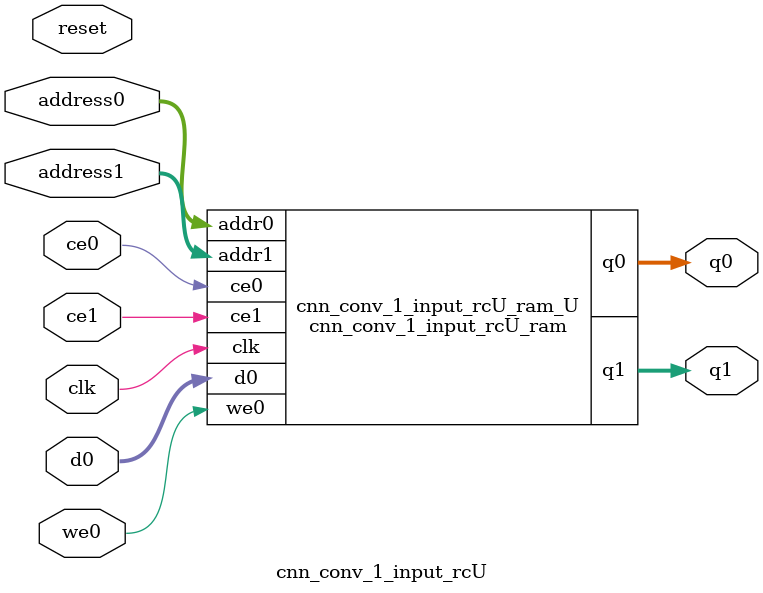
<source format=v>
`timescale 1 ns / 1 ps
module cnn_conv_1_input_rcU_ram (addr0, ce0, d0, we0, q0, addr1, ce1, q1,  clk);

parameter DWIDTH = 32;
parameter AWIDTH = 7;
parameter MEM_SIZE = 81;

input[AWIDTH-1:0] addr0;
input ce0;
input[DWIDTH-1:0] d0;
input we0;
output reg[DWIDTH-1:0] q0;
input[AWIDTH-1:0] addr1;
input ce1;
output reg[DWIDTH-1:0] q1;
input clk;

(* ram_style = "block" *)reg [DWIDTH-1:0] ram[0:MEM_SIZE-1];




always @(posedge clk)  
begin 
    if (ce0) 
    begin
        if (we0) 
        begin 
            ram[addr0] <= d0; 
        end 
        q0 <= ram[addr0];
    end
end


always @(posedge clk)  
begin 
    if (ce1) 
    begin
        q1 <= ram[addr1];
    end
end


endmodule

`timescale 1 ns / 1 ps
module cnn_conv_1_input_rcU(
    reset,
    clk,
    address0,
    ce0,
    we0,
    d0,
    q0,
    address1,
    ce1,
    q1);

parameter DataWidth = 32'd32;
parameter AddressRange = 32'd81;
parameter AddressWidth = 32'd7;
input reset;
input clk;
input[AddressWidth - 1:0] address0;
input ce0;
input we0;
input[DataWidth - 1:0] d0;
output[DataWidth - 1:0] q0;
input[AddressWidth - 1:0] address1;
input ce1;
output[DataWidth - 1:0] q1;



cnn_conv_1_input_rcU_ram cnn_conv_1_input_rcU_ram_U(
    .clk( clk ),
    .addr0( address0 ),
    .ce0( ce0 ),
    .we0( we0 ),
    .d0( d0 ),
    .q0( q0 ),
    .addr1( address1 ),
    .ce1( ce1 ),
    .q1( q1 ));

endmodule


</source>
